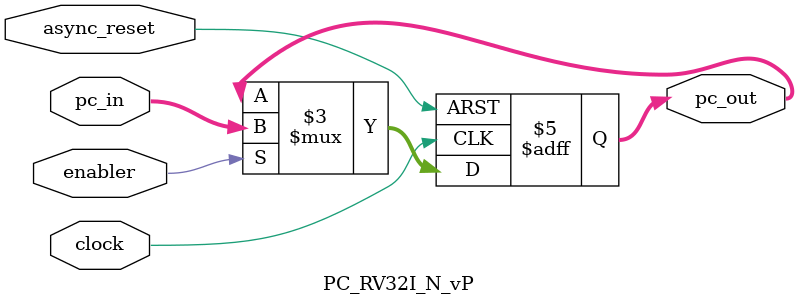
<source format=sv>
module PC_RV32I_N_vP #(parameter N = 8)
(
	input [N-1:0] pc_in,
	input enabler,
	
	input logic clock,
	input logic async_reset,
	
	output reg [N-1:0] pc_out
);
	always @(posedge clock or negedge async_reset)
	begin
		if(!async_reset)
			pc_out <= 0;
		else if(enabler)
			pc_out <= pc_in;
	end

endmodule
</source>
